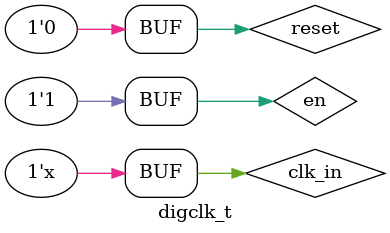
<source format=v>
module digclk_t();
reg reset, clk_in, en;
wire [5:0]sec, min;
wire [4:0] hrs;
digclk_s d0(clk_in, reset, en, sec, min, hrs);
initial
begin
en=1'b0;
clk_in=1'b1;
reset=1'b1;
#100;
en=1'b1;
reset=1'b0;
end
always #10 clk_in=~clk_in;
endmodule
</source>
